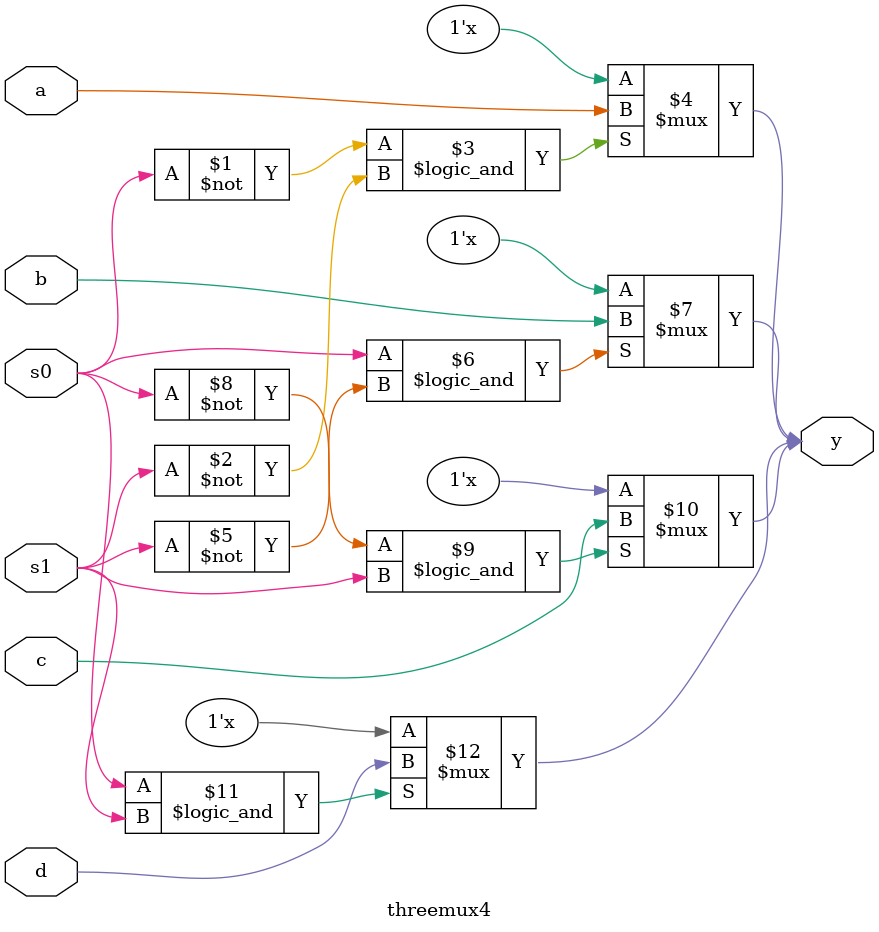
<source format=sv>
module threemux4 (output wire y, input logic a, b, c, d, s0, s1);
	assign y = (~s0  && ~s1) ? a : 'z;
	assign y = ( s0  && ~s1) ? b : 'z;
	assign y = (~s0  &&  s1) ? c : 'z;
	assign y = ( s0  &&  s1) ? d : 'z;
endmodule
</source>
